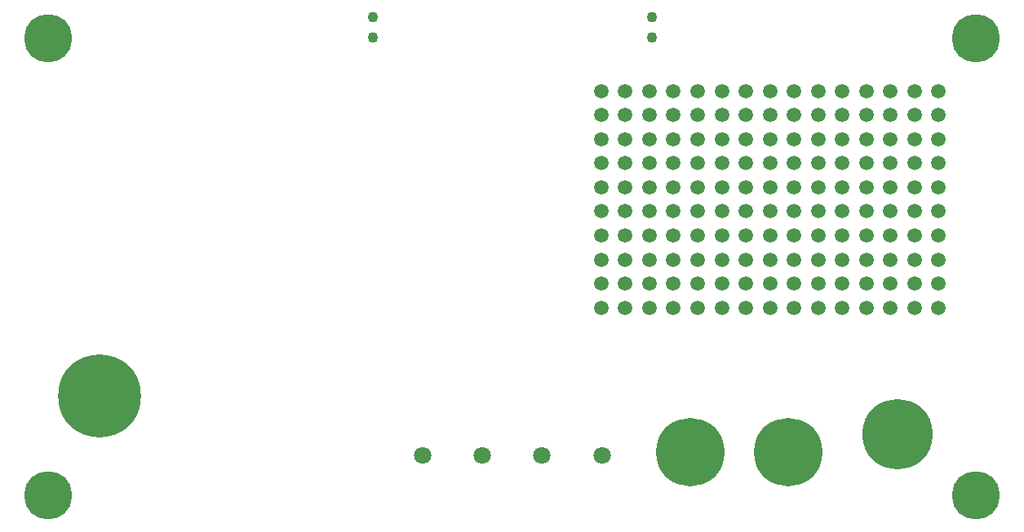
<source format=gbr>
G04 #@! TF.GenerationSoftware,KiCad,Pcbnew,(5.1.8)-1*
G04 #@! TF.CreationDate,2020-12-19T16:26:24-06:00*
G04 #@! TF.ProjectId,endcap,656e6463-6170-42e6-9b69-6361645f7063,rev?*
G04 #@! TF.SameCoordinates,PX2faf080PY2faf080*
G04 #@! TF.FileFunction,Soldermask,Top*
G04 #@! TF.FilePolarity,Negative*
%FSLAX46Y46*%
G04 Gerber Fmt 4.6, Leading zero omitted, Abs format (unit mm)*
G04 Created by KiCad (PCBNEW (5.1.8)-1) date 2020-12-19 16:26:24*
%MOMM*%
%LPD*%
G01*
G04 APERTURE LIST*
%ADD10C,7.102000*%
%ADD11C,8.602000*%
%ADD12C,1.802000*%
%ADD13C,7.302000*%
%ADD14C,5.002000*%
%ADD15C,1.102000*%
%ADD16C,1.502000*%
G04 APERTURE END LIST*
D10*
X81600000Y-46765000D03*
X71440000Y-46765000D03*
D11*
X10200000Y-40900000D03*
D12*
X43700000Y-47100000D03*
X49900000Y-47100000D03*
X56100000Y-47100000D03*
X62300000Y-47100000D03*
D13*
X93000000Y-44900000D03*
D14*
X4875000Y-3750000D03*
X101125000Y-3750000D03*
X101125000Y-51250000D03*
X4875000Y-51250000D03*
D15*
X67500000Y-3700000D03*
X67500000Y-1600000D03*
X38500000Y-1600000D03*
X38500000Y-3700000D03*
D16*
X97230000Y-9250000D03*
X97230000Y-11750000D03*
X97230000Y-14250000D03*
X97230000Y-16750000D03*
X97230000Y-19250000D03*
X97230000Y-21750000D03*
X97230000Y-24250000D03*
X97230000Y-26750000D03*
X97230000Y-29250000D03*
X97230000Y-31750000D03*
X94730000Y-9250000D03*
X94730000Y-11750000D03*
X94730000Y-14250000D03*
X94730000Y-16750000D03*
X94730000Y-19250000D03*
X94730000Y-21750000D03*
X94730000Y-24250000D03*
X94730000Y-26750000D03*
X94730000Y-29250000D03*
X94730000Y-31750000D03*
X92230000Y-9250000D03*
X92230000Y-11750000D03*
X92230000Y-14250000D03*
X92230000Y-16750000D03*
X92230000Y-19250000D03*
X92230000Y-21750000D03*
X92230000Y-24250000D03*
X92230000Y-26750000D03*
X92230000Y-29250000D03*
X92230000Y-31750000D03*
X89730000Y-9250000D03*
X89730000Y-11750000D03*
X89730000Y-14250000D03*
X89730000Y-16750000D03*
X89730000Y-19250000D03*
X89730000Y-21750000D03*
X89730000Y-24250000D03*
X89730000Y-26750000D03*
X89730000Y-29250000D03*
X89730000Y-31750000D03*
X87230000Y-9250000D03*
X84730000Y-9250000D03*
X82230000Y-9250000D03*
X79730000Y-9250000D03*
X77230000Y-9250000D03*
X74730000Y-9250000D03*
X72230000Y-9250000D03*
X69730000Y-9250000D03*
X67230000Y-9250000D03*
X64730000Y-9250000D03*
X62230000Y-9250000D03*
X87230000Y-11750000D03*
X84730000Y-11750000D03*
X82230000Y-11750000D03*
X79730000Y-11750000D03*
X77230000Y-11750000D03*
X74730000Y-11750000D03*
X72230000Y-11750000D03*
X69730000Y-11750000D03*
X67230000Y-11750000D03*
X64730000Y-11750000D03*
X62230000Y-11750000D03*
X87230000Y-14250000D03*
X84730000Y-14250000D03*
X82230000Y-14250000D03*
X79730000Y-14250000D03*
X77230000Y-14250000D03*
X74730000Y-14250000D03*
X72230000Y-14250000D03*
X69730000Y-14250000D03*
X67230000Y-14250000D03*
X64730000Y-14250000D03*
X62230000Y-14250000D03*
X87230000Y-16750000D03*
X84730000Y-16750000D03*
X82230000Y-16750000D03*
X79730000Y-16750000D03*
X77230000Y-16750000D03*
X74730000Y-16750000D03*
X72230000Y-16750000D03*
X69730000Y-16750000D03*
X67230000Y-16750000D03*
X64730000Y-16750000D03*
X62230000Y-16750000D03*
X87230000Y-19250000D03*
X84730000Y-19250000D03*
X82230000Y-19250000D03*
X79730000Y-19250000D03*
X77230000Y-19250000D03*
X74730000Y-19250000D03*
X72230000Y-19250000D03*
X69730000Y-19250000D03*
X67230000Y-19250000D03*
X64730000Y-19250000D03*
X62230000Y-19250000D03*
X87230000Y-21750000D03*
X84730000Y-21750000D03*
X82230000Y-21750000D03*
X79730000Y-21750000D03*
X77230000Y-21750000D03*
X74730000Y-21750000D03*
X72230000Y-21750000D03*
X69730000Y-21750000D03*
X67230000Y-21750000D03*
X64730000Y-21750000D03*
X62230000Y-21750000D03*
X87230000Y-24250000D03*
X84730000Y-24250000D03*
X82230000Y-24250000D03*
X79730000Y-24250000D03*
X77230000Y-24250000D03*
X74730000Y-24250000D03*
X72230000Y-24250000D03*
X69730000Y-24250000D03*
X67230000Y-24250000D03*
X64730000Y-24250000D03*
X62230000Y-24250000D03*
X79730000Y-31750000D03*
X79730000Y-29250000D03*
X79730000Y-26750000D03*
X69730000Y-31750000D03*
X69730000Y-29250000D03*
X69730000Y-26750000D03*
X87230000Y-26750000D03*
X87230000Y-29250000D03*
X87230000Y-31750000D03*
X84730000Y-31750000D03*
X84730000Y-29250000D03*
X84730000Y-26750000D03*
X82230000Y-26750000D03*
X82230000Y-29250000D03*
X82230000Y-31750000D03*
X77230000Y-26750000D03*
X74730000Y-26750000D03*
X72230000Y-26750000D03*
X72230000Y-29250000D03*
X74730000Y-29250000D03*
X77230000Y-29250000D03*
X77230000Y-31750000D03*
X74730000Y-31750000D03*
X72230000Y-31750000D03*
X67230000Y-26750000D03*
X64730000Y-26750000D03*
X62230000Y-26750000D03*
X62230000Y-29250000D03*
X64730000Y-29250000D03*
X67230000Y-29250000D03*
X67230000Y-31750000D03*
X64730000Y-31750000D03*
X62230000Y-31750000D03*
M02*

</source>
